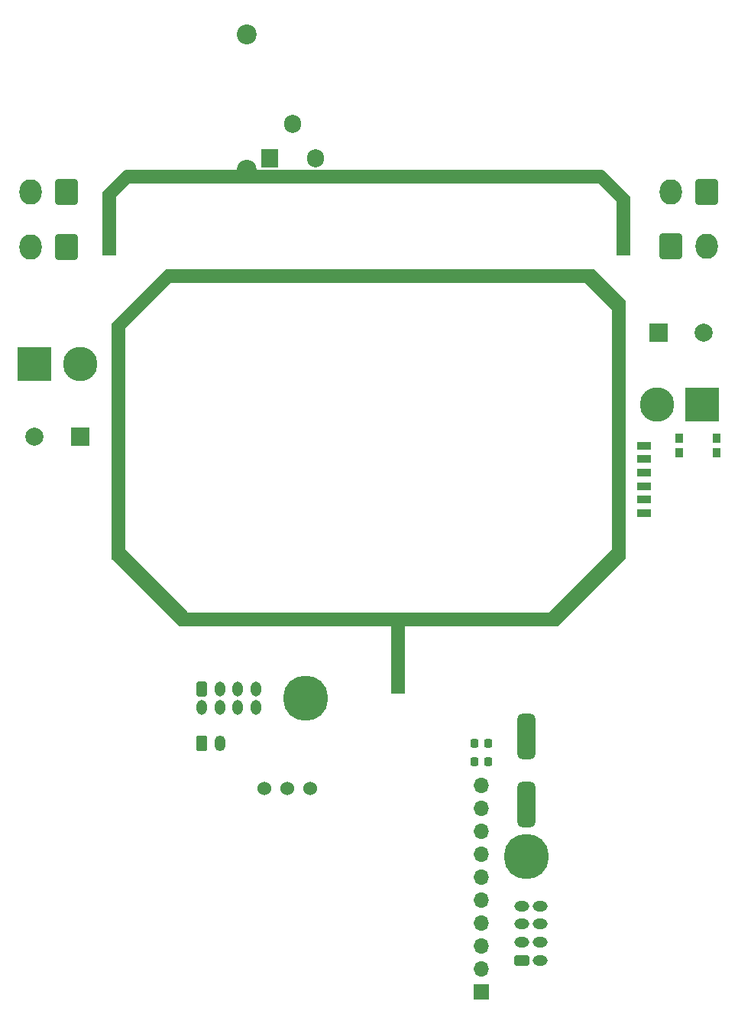
<source format=gbr>
G04 #@! TF.GenerationSoftware,KiCad,Pcbnew,(6.0.8)*
G04 #@! TF.CreationDate,2022-10-28T20:08:31+09:00*
G04 #@! TF.ProjectId,ORION_boost_v2,4f52494f-4e5f-4626-9f6f-73745f76322e,rev?*
G04 #@! TF.SameCoordinates,Original*
G04 #@! TF.FileFunction,Soldermask,Top*
G04 #@! TF.FilePolarity,Negative*
%FSLAX46Y46*%
G04 Gerber Fmt 4.6, Leading zero omitted, Abs format (unit mm)*
G04 Created by KiCad (PCBNEW (6.0.8)) date 2022-10-28 20:08:31*
%MOMM*%
%LPD*%
G01*
G04 APERTURE LIST*
G04 Aperture macros list*
%AMRoundRect*
0 Rectangle with rounded corners*
0 $1 Rounding radius*
0 $2 $3 $4 $5 $6 $7 $8 $9 X,Y pos of 4 corners*
0 Add a 4 corners polygon primitive as box body*
4,1,4,$2,$3,$4,$5,$6,$7,$8,$9,$2,$3,0*
0 Add four circle primitives for the rounded corners*
1,1,$1+$1,$2,$3*
1,1,$1+$1,$4,$5*
1,1,$1+$1,$6,$7*
1,1,$1+$1,$8,$9*
0 Add four rect primitives between the rounded corners*
20,1,$1+$1,$2,$3,$4,$5,0*
20,1,$1+$1,$4,$5,$6,$7,0*
20,1,$1+$1,$6,$7,$8,$9,0*
20,1,$1+$1,$8,$9,$2,$3,0*%
G04 Aperture macros list end*
%ADD10RoundRect,0.250000X-0.980000X-1.150000X0.980000X-1.150000X0.980000X1.150000X-0.980000X1.150000X0*%
%ADD11O,2.460000X2.800000*%
%ADD12R,3.800000X3.800000*%
%ADD13C,3.800000*%
%ADD14RoundRect,0.250000X-0.350000X-0.575000X0.350000X-0.575000X0.350000X0.575000X-0.350000X0.575000X0*%
%ADD15O,1.200000X1.650000*%
%ADD16RoundRect,0.250000X0.575000X-0.350000X0.575000X0.350000X-0.575000X0.350000X-0.575000X-0.350000X0*%
%ADD17O,1.650000X1.200000*%
%ADD18R,1.700000X1.700000*%
%ADD19O,1.700000X1.700000*%
%ADD20C,5.000000*%
%ADD21RoundRect,0.218750X0.218750X0.256250X-0.218750X0.256250X-0.218750X-0.256250X0.218750X-0.256250X0*%
%ADD22RoundRect,0.500000X-0.500000X2.000000X-0.500000X-2.000000X0.500000X-2.000000X0.500000X2.000000X0*%
%ADD23RoundRect,0.218750X-0.218750X-0.256250X0.218750X-0.256250X0.218750X0.256250X-0.218750X0.256250X0*%
%ADD24R,2.000000X2.000000*%
%ADD25C,2.000000*%
%ADD26RoundRect,0.250000X0.980000X1.150000X-0.980000X1.150000X-0.980000X-1.150000X0.980000X-1.150000X0*%
%ADD27RoundRect,0.225000X-0.575000X0.225000X-0.575000X-0.225000X0.575000X-0.225000X0.575000X0.225000X0*%
%ADD28C,1.524000*%
%ADD29RoundRect,0.250000X-0.350000X-0.625000X0.350000X-0.625000X0.350000X0.625000X-0.350000X0.625000X0*%
%ADD30O,1.200000X1.750000*%
%ADD31R,0.900000X1.000000*%
%ADD32R,1.905000X2.000000*%
%ADD33O,1.905000X2.000000*%
%ADD34C,2.200000*%
G04 APERTURE END LIST*
D10*
X158520000Y-74950000D03*
D11*
X162480000Y-74950000D03*
D12*
X88000000Y-88000000D03*
D13*
X93000000Y-88000000D03*
D14*
X106500000Y-124000000D03*
D15*
X106500000Y-126000000D03*
X108500000Y-124000000D03*
X108500000Y-126000000D03*
X110500000Y-124000000D03*
X110500000Y-126000000D03*
X112500000Y-124000000D03*
X112500000Y-126000000D03*
D16*
X142000000Y-154000000D03*
D17*
X144000000Y-154000000D03*
X142000000Y-152000000D03*
X144000000Y-152000000D03*
X142000000Y-150000000D03*
X144000000Y-150000000D03*
X142000000Y-148000000D03*
X144000000Y-148000000D03*
D18*
X137500000Y-157500000D03*
D19*
X137500000Y-154960000D03*
X137500000Y-152420000D03*
X137500000Y-149880000D03*
X137500000Y-147340000D03*
X137500000Y-144800000D03*
X137500000Y-142260000D03*
X137500000Y-139720000D03*
X137500000Y-137180000D03*
X137500000Y-134640000D03*
D20*
X142500000Y-142500000D03*
D21*
X138287500Y-132000000D03*
X136712500Y-132000000D03*
D12*
X162000000Y-92500000D03*
D13*
X157000000Y-92500000D03*
D22*
X142500000Y-129250000D03*
X142500000Y-136750000D03*
D23*
X136712500Y-130000000D03*
X138287500Y-130000000D03*
D20*
X118000000Y-125000000D03*
D24*
X157132323Y-84500000D03*
D25*
X162132323Y-84500000D03*
D26*
X91480000Y-75050000D03*
D11*
X87520000Y-75050000D03*
D24*
X93000000Y-96000000D03*
D25*
X88000000Y-96000000D03*
D27*
X155500000Y-97000000D03*
X155500000Y-98500000D03*
X155500000Y-100000000D03*
X155500000Y-101500000D03*
X155500000Y-103000000D03*
X155500000Y-104500000D03*
D28*
X113460000Y-135000000D03*
X116000000Y-135000000D03*
X118540000Y-135000000D03*
D29*
X106500000Y-130000000D03*
D30*
X108500000Y-130000000D03*
D31*
X163550000Y-96200000D03*
X159450000Y-96200000D03*
X163550000Y-97800000D03*
X159450000Y-97800000D03*
D26*
X91480000Y-68950000D03*
D11*
X87520000Y-68950000D03*
D32*
X114000000Y-65217500D03*
D33*
X116540000Y-61407500D03*
X119080000Y-65217500D03*
D34*
X111500000Y-66500000D03*
X111500000Y-51500000D03*
D26*
X162480000Y-68950000D03*
D11*
X158520000Y-68950000D03*
G36*
X151015931Y-66520002D02*
G01*
X151036905Y-66536905D01*
X153963095Y-69463095D01*
X153997121Y-69525407D01*
X154000000Y-69552190D01*
X154000000Y-75874000D01*
X153979998Y-75942121D01*
X153926342Y-75988614D01*
X153874000Y-76000000D01*
X152626000Y-76000000D01*
X152557879Y-75979998D01*
X152511386Y-75926342D01*
X152500000Y-75874000D01*
X152500000Y-70018115D01*
X152492470Y-69992470D01*
X150512812Y-68012812D01*
X150489350Y-68000000D01*
X98518115Y-68000000D01*
X98492470Y-68007530D01*
X97012812Y-69487188D01*
X97000000Y-69510650D01*
X97000000Y-75874000D01*
X96979998Y-75942121D01*
X96926342Y-75988614D01*
X96874000Y-76000000D01*
X95626000Y-76000000D01*
X95557879Y-75979998D01*
X95511386Y-75926342D01*
X95500000Y-75874000D01*
X95500000Y-69052190D01*
X95520002Y-68984069D01*
X95536905Y-68963095D01*
X97963095Y-66536905D01*
X98025407Y-66502879D01*
X98052190Y-66500000D01*
X150947810Y-66500000D01*
X151015931Y-66520002D01*
G37*
G36*
X150015931Y-77520002D02*
G01*
X150036905Y-77536905D01*
X153463095Y-80963095D01*
X153497121Y-81025407D01*
X153500000Y-81052190D01*
X153500000Y-109447810D01*
X153479998Y-109515931D01*
X153463095Y-109536905D01*
X146036905Y-116963095D01*
X145974593Y-116997121D01*
X145947810Y-117000000D01*
X129018115Y-117000000D01*
X129002876Y-117004475D01*
X129001671Y-117005865D01*
X129000000Y-117013548D01*
X129000000Y-124374000D01*
X128979998Y-124442121D01*
X128926342Y-124488614D01*
X128874000Y-124500000D01*
X127626000Y-124500000D01*
X127557879Y-124479998D01*
X127511386Y-124426342D01*
X127500000Y-124374000D01*
X127500000Y-117018115D01*
X127495525Y-117002876D01*
X127494135Y-117001671D01*
X127486452Y-117000000D01*
X104052190Y-117000000D01*
X103984069Y-116979998D01*
X103963095Y-116963095D01*
X96536905Y-109536905D01*
X96502879Y-109474593D01*
X96500000Y-109447810D01*
X96500000Y-108481885D01*
X98000000Y-108481885D01*
X98007530Y-108507530D01*
X104987188Y-115487188D01*
X105010650Y-115500000D01*
X144981885Y-115500000D01*
X145007530Y-115492470D01*
X151987188Y-108512812D01*
X152000000Y-108489350D01*
X152000000Y-82018115D01*
X151992470Y-81992470D01*
X149012812Y-79012812D01*
X148989350Y-79000000D01*
X103018115Y-79000000D01*
X102992470Y-79007530D01*
X98012812Y-83987188D01*
X98000000Y-84010650D01*
X98000000Y-108481885D01*
X96500000Y-108481885D01*
X96500000Y-83552190D01*
X96520002Y-83484069D01*
X96536905Y-83463095D01*
X102463095Y-77536905D01*
X102525407Y-77502879D01*
X102552190Y-77500000D01*
X149947810Y-77500000D01*
X150015931Y-77520002D01*
G37*
M02*

</source>
